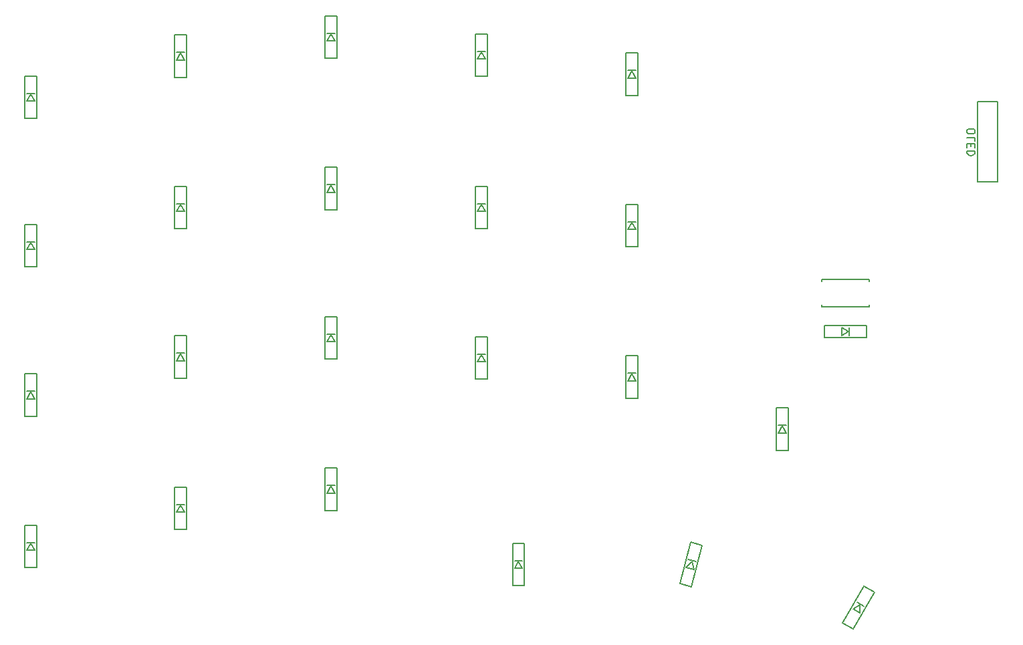
<source format=gbr>
%TF.GenerationSoftware,KiCad,Pcbnew,7.0.10*%
%TF.CreationDate,2024-09-26T01:26:01+09:00*%
%TF.ProjectId,keyboard_denchi_left,6b657962-6f61-4726-945f-64656e636869,rev?*%
%TF.SameCoordinates,Original*%
%TF.FileFunction,Legend,Bot*%
%TF.FilePolarity,Positive*%
%FSLAX46Y46*%
G04 Gerber Fmt 4.6, Leading zero omitted, Abs format (unit mm)*
G04 Created by KiCad (PCBNEW 7.0.10) date 2024-09-26 01:26:01*
%MOMM*%
%LPD*%
G01*
G04 APERTURE LIST*
G04 Aperture macros list*
%AMHorizOval*
0 Thick line with rounded ends*
0 $1 width*
0 $2 $3 position (X,Y) of the first rounded end (center of the circle)*
0 $4 $5 position (X,Y) of the second rounded end (center of the circle)*
0 Add line between two ends*
20,1,$1,$2,$3,$4,$5,0*
0 Add two circle primitives to create the rounded ends*
1,1,$1,$2,$3*
1,1,$1,$4,$5*%
%AMRotRect*
0 Rectangle, with rotation*
0 The origin of the aperture is its center*
0 $1 length*
0 $2 width*
0 $3 Rotation angle, in degrees counterclockwise*
0 Add horizontal line*
21,1,$1,$2,0,0,$3*%
G04 Aperture macros list end*
%ADD10C,0.150000*%
%ADD11R,1.397000X1.397000*%
%ADD12R,0.950000X1.300000*%
%ADD13C,1.397000*%
%ADD14C,1.700000*%
%ADD15C,3.400000*%
%ADD16O,1.600000X1.200000*%
%ADD17HorizOval,1.200000X0.173205X-0.100000X-0.173205X0.100000X0*%
%ADD18C,1.524000*%
%ADD19RotRect,1.397000X1.397000X255.000000*%
%ADD20RotRect,1.300000X0.950000X255.000000*%
%ADD21RotRect,1.397000X1.397000X240.000000*%
%ADD22RotRect,1.300000X0.950000X240.000000*%
%ADD23C,1.500000*%
%ADD24O,2.500000X1.700000*%
%ADD25R,1.300000X0.950000*%
%ADD26HorizOval,1.200000X0.193185X-0.051764X-0.193185X0.051764X0*%
%ADD27C,2.000000*%
G04 APERTURE END LIST*
D10*
X195601819Y-69872031D02*
X195601819Y-70062507D01*
X195601819Y-70062507D02*
X195649438Y-70157745D01*
X195649438Y-70157745D02*
X195744676Y-70252983D01*
X195744676Y-70252983D02*
X195935152Y-70300602D01*
X195935152Y-70300602D02*
X196268485Y-70300602D01*
X196268485Y-70300602D02*
X196458961Y-70252983D01*
X196458961Y-70252983D02*
X196554200Y-70157745D01*
X196554200Y-70157745D02*
X196601819Y-70062507D01*
X196601819Y-70062507D02*
X196601819Y-69872031D01*
X196601819Y-69872031D02*
X196554200Y-69776793D01*
X196554200Y-69776793D02*
X196458961Y-69681555D01*
X196458961Y-69681555D02*
X196268485Y-69633936D01*
X196268485Y-69633936D02*
X195935152Y-69633936D01*
X195935152Y-69633936D02*
X195744676Y-69681555D01*
X195744676Y-69681555D02*
X195649438Y-69776793D01*
X195649438Y-69776793D02*
X195601819Y-69872031D01*
X196601819Y-71205364D02*
X196601819Y-70729174D01*
X196601819Y-70729174D02*
X195601819Y-70729174D01*
X196078009Y-71538698D02*
X196078009Y-71872031D01*
X196601819Y-72014888D02*
X196601819Y-71538698D01*
X196601819Y-71538698D02*
X195601819Y-71538698D01*
X195601819Y-71538698D02*
X195601819Y-72014888D01*
X196601819Y-72443460D02*
X195601819Y-72443460D01*
X195601819Y-72443460D02*
X195601819Y-72681555D01*
X195601819Y-72681555D02*
X195649438Y-72824412D01*
X195649438Y-72824412D02*
X195744676Y-72919650D01*
X195744676Y-72919650D02*
X195839914Y-72967269D01*
X195839914Y-72967269D02*
X196030390Y-73014888D01*
X196030390Y-73014888D02*
X196173247Y-73014888D01*
X196173247Y-73014888D02*
X196363723Y-72967269D01*
X196363723Y-72967269D02*
X196458961Y-72919650D01*
X196458961Y-72919650D02*
X196554200Y-72824412D01*
X196554200Y-72824412D02*
X196601819Y-72681555D01*
X196601819Y-72681555D02*
X196601819Y-72443460D01*
%TO.C,D2*%
X96762000Y-57745000D02*
X95262000Y-57745000D01*
X95262000Y-57745000D02*
X95262000Y-63145000D01*
X96512000Y-59945000D02*
X95512000Y-59945000D01*
X96012000Y-60045000D02*
X96512000Y-60945000D01*
X96512000Y-60945000D02*
X95512000Y-60945000D01*
X95512000Y-60945000D02*
X96012000Y-60045000D01*
X96762000Y-63145000D02*
X96762000Y-57745000D01*
X95262000Y-63145000D02*
X96762000Y-63145000D01*
%TO.C,D20*%
X139561000Y-122134000D02*
X138061000Y-122134000D01*
X138061000Y-122134000D02*
X138061000Y-127534000D01*
X139311000Y-124334000D02*
X138311000Y-124334000D01*
X138811000Y-124434000D02*
X139311000Y-125334000D01*
X139311000Y-125334000D02*
X138311000Y-125334000D01*
X138311000Y-125334000D02*
X138811000Y-124434000D01*
X139561000Y-127534000D02*
X139561000Y-122134000D01*
X138061000Y-127534000D02*
X139561000Y-127534000D01*
%TO.C,D13*%
X115812000Y-93432000D02*
X114312000Y-93432000D01*
X114312000Y-93432000D02*
X114312000Y-98832000D01*
X115562000Y-95632000D02*
X114562000Y-95632000D01*
X115062000Y-95732000D02*
X115562000Y-96632000D01*
X115562000Y-96632000D02*
X114562000Y-96632000D01*
X114562000Y-96632000D02*
X115062000Y-95732000D01*
X115812000Y-98832000D02*
X115812000Y-93432000D01*
X114312000Y-98832000D02*
X115812000Y-98832000D01*
%TO.C,D9*%
X134862000Y-76922000D02*
X133362000Y-76922000D01*
X133362000Y-76922000D02*
X133362000Y-82322000D01*
X134612000Y-79122000D02*
X133612000Y-79122000D01*
X134112000Y-79222000D02*
X134612000Y-80122000D01*
X134612000Y-80122000D02*
X133612000Y-80122000D01*
X133612000Y-80122000D02*
X134112000Y-79222000D01*
X134862000Y-82322000D02*
X134862000Y-76922000D01*
X133362000Y-82322000D02*
X134862000Y-82322000D01*
%TO.C,D10*%
X153912000Y-79208000D02*
X152412000Y-79208000D01*
X152412000Y-79208000D02*
X152412000Y-84608000D01*
X153662000Y-81408000D02*
X152662000Y-81408000D01*
X153162000Y-81508000D02*
X153662000Y-82408000D01*
X153662000Y-82408000D02*
X152662000Y-82408000D01*
X152662000Y-82408000D02*
X153162000Y-81508000D01*
X153912000Y-84608000D02*
X153912000Y-79208000D01*
X152412000Y-84608000D02*
X153912000Y-84608000D01*
%TO.C,D11*%
X77812000Y-100671000D02*
X76312000Y-100671000D01*
X76312000Y-100671000D02*
X76312000Y-106071000D01*
X77562000Y-102871000D02*
X76562000Y-102871000D01*
X77062000Y-102971000D02*
X77562000Y-103871000D01*
X77562000Y-103871000D02*
X76562000Y-103871000D01*
X76562000Y-103871000D02*
X77062000Y-102971000D01*
X77812000Y-106071000D02*
X77812000Y-100671000D01*
X76312000Y-106071000D02*
X77812000Y-106071000D01*
%TO.C,D16*%
X172962000Y-104989000D02*
X171462000Y-104989000D01*
X171462000Y-104989000D02*
X171462000Y-110389000D01*
X172712000Y-107189000D02*
X171712000Y-107189000D01*
X172212000Y-107289000D02*
X172712000Y-108189000D01*
X172712000Y-108189000D02*
X171712000Y-108189000D01*
X171712000Y-108189000D02*
X172212000Y-107289000D01*
X172962000Y-110389000D02*
X172962000Y-104989000D01*
X171462000Y-110389000D02*
X172962000Y-110389000D01*
%TO.C,D15*%
X153912000Y-98385000D02*
X152412000Y-98385000D01*
X152412000Y-98385000D02*
X152412000Y-103785000D01*
X153662000Y-100585000D02*
X152662000Y-100585000D01*
X153162000Y-100685000D02*
X153662000Y-101585000D01*
X153662000Y-101585000D02*
X152662000Y-101585000D01*
X152662000Y-101585000D02*
X153162000Y-100685000D01*
X153912000Y-103785000D02*
X153912000Y-98385000D01*
X152412000Y-103785000D02*
X153912000Y-103785000D01*
%TO.C,D1*%
X77812000Y-62952000D02*
X76312000Y-62952000D01*
X76312000Y-62952000D02*
X76312000Y-68352000D01*
X77562000Y-65152000D02*
X76562000Y-65152000D01*
X77062000Y-65252000D02*
X77562000Y-66152000D01*
X77562000Y-66152000D02*
X76562000Y-66152000D01*
X76562000Y-66152000D02*
X77062000Y-65252000D01*
X77812000Y-68352000D02*
X77812000Y-62952000D01*
X76312000Y-68352000D02*
X77812000Y-68352000D01*
%TO.C,D7*%
X96762000Y-76922000D02*
X95262000Y-76922000D01*
X95262000Y-76922000D02*
X95262000Y-82322000D01*
X96512000Y-79122000D02*
X95512000Y-79122000D01*
X96012000Y-79222000D02*
X96512000Y-80122000D01*
X96512000Y-80122000D02*
X95512000Y-80122000D01*
X95512000Y-80122000D02*
X96012000Y-79222000D01*
X96762000Y-82322000D02*
X96762000Y-76922000D01*
X95262000Y-82322000D02*
X96762000Y-82322000D01*
%TO.C,D3*%
X115812000Y-55332000D02*
X114312000Y-55332000D01*
X114312000Y-55332000D02*
X114312000Y-60732000D01*
X115562000Y-57532000D02*
X114562000Y-57532000D01*
X115062000Y-57632000D02*
X115562000Y-58532000D01*
X115562000Y-58532000D02*
X114562000Y-58532000D01*
X114562000Y-58532000D02*
X115062000Y-57632000D01*
X115812000Y-60732000D02*
X115812000Y-55332000D01*
X114312000Y-60732000D02*
X115812000Y-60732000D01*
%TO.C,D21*%
X162078256Y-122420115D02*
X160629367Y-122031886D01*
X160629367Y-122031886D02*
X159231744Y-127247885D01*
X161267372Y-124480447D02*
X160301447Y-124221628D01*
X160758528Y-124447630D02*
X161008553Y-125446372D01*
X161008553Y-125446372D02*
X160042628Y-125187553D01*
X160042628Y-125187553D02*
X160758528Y-124447630D01*
X160680633Y-127636114D02*
X162078256Y-122420115D01*
X159231744Y-127247885D02*
X160680633Y-127636114D01*
%TO.C,D14*%
X134862000Y-95972000D02*
X133362000Y-95972000D01*
X133362000Y-95972000D02*
X133362000Y-101372000D01*
X134612000Y-98172000D02*
X133612000Y-98172000D01*
X134112000Y-98272000D02*
X134612000Y-99172000D01*
X134612000Y-99172000D02*
X133612000Y-99172000D01*
X133612000Y-99172000D02*
X134112000Y-98272000D01*
X134862000Y-101372000D02*
X134862000Y-95972000D01*
X133362000Y-101372000D02*
X134862000Y-101372000D01*
%TO.C,D18*%
X96762000Y-115022000D02*
X95262000Y-115022000D01*
X95262000Y-115022000D02*
X95262000Y-120422000D01*
X96512000Y-117222000D02*
X95512000Y-117222000D01*
X96012000Y-117322000D02*
X96512000Y-118222000D01*
X96512000Y-118222000D02*
X95512000Y-118222000D01*
X95512000Y-118222000D02*
X96012000Y-117322000D01*
X96762000Y-120422000D02*
X96762000Y-115022000D01*
X95262000Y-120422000D02*
X96762000Y-120422000D01*
%TO.C,D17*%
X77812000Y-119848000D02*
X76312000Y-119848000D01*
X76312000Y-119848000D02*
X76312000Y-125248000D01*
X77562000Y-122048000D02*
X76562000Y-122048000D01*
X77062000Y-122148000D02*
X77562000Y-123048000D01*
X77562000Y-123048000D02*
X76562000Y-123048000D01*
X76562000Y-123048000D02*
X77062000Y-122148000D01*
X77812000Y-125248000D02*
X77812000Y-119848000D01*
X76312000Y-125248000D02*
X77812000Y-125248000D01*
%TO.C,D19*%
X115812000Y-112609000D02*
X114312000Y-112609000D01*
X114312000Y-112609000D02*
X114312000Y-118009000D01*
X115562000Y-114809000D02*
X114562000Y-114809000D01*
X115062000Y-114909000D02*
X115562000Y-115809000D01*
X115562000Y-115809000D02*
X114562000Y-115809000D01*
X114562000Y-115809000D02*
X115062000Y-114909000D01*
X115812000Y-118009000D02*
X115812000Y-112609000D01*
X114312000Y-118009000D02*
X115812000Y-118009000D01*
%TO.C,D22*%
X183862685Y-128332566D02*
X182563647Y-127582566D01*
X182563647Y-127582566D02*
X179863647Y-132259104D01*
X182546179Y-130112822D02*
X181680153Y-129612822D01*
X182063166Y-129949425D02*
X182046179Y-130978848D01*
X182046179Y-130978848D02*
X181180153Y-130478848D01*
X181180153Y-130478848D02*
X182063166Y-129949425D01*
X181162685Y-133009104D02*
X183862685Y-128332566D01*
X179863647Y-132259104D02*
X181162685Y-133009104D01*
%TO.C,D8*%
X115812000Y-74509000D02*
X114312000Y-74509000D01*
X114312000Y-74509000D02*
X114312000Y-79909000D01*
X115562000Y-76709000D02*
X114562000Y-76709000D01*
X115062000Y-76809000D02*
X115562000Y-77709000D01*
X115562000Y-77709000D02*
X114562000Y-77709000D01*
X114562000Y-77709000D02*
X115062000Y-76809000D01*
X115812000Y-79909000D02*
X115812000Y-74509000D01*
X114312000Y-79909000D02*
X115812000Y-79909000D01*
%TO.C,OL1*%
X196977000Y-76344412D02*
X196977000Y-66184412D01*
X199517000Y-76344412D02*
X196977000Y-76344412D01*
X196977000Y-66184412D02*
X199517000Y-66184412D01*
X199517000Y-66184412D02*
X199517000Y-76344412D01*
%TO.C,D12*%
X96762000Y-95845000D02*
X95262000Y-95845000D01*
X95262000Y-95845000D02*
X95262000Y-101245000D01*
X96512000Y-98045000D02*
X95512000Y-98045000D01*
X96012000Y-98145000D02*
X96512000Y-99045000D01*
X96512000Y-99045000D02*
X95512000Y-99045000D01*
X95512000Y-99045000D02*
X96012000Y-98145000D01*
X96762000Y-101245000D02*
X96762000Y-95845000D01*
X95262000Y-101245000D02*
X96762000Y-101245000D01*
%TO.C,D4*%
X134862000Y-57618000D02*
X133362000Y-57618000D01*
X133362000Y-57618000D02*
X133362000Y-63018000D01*
X134612000Y-59818000D02*
X133612000Y-59818000D01*
X134112000Y-59918000D02*
X134612000Y-60818000D01*
X134612000Y-60818000D02*
X133612000Y-60818000D01*
X133612000Y-60818000D02*
X134112000Y-59918000D01*
X134862000Y-63018000D02*
X134862000Y-57618000D01*
X133362000Y-63018000D02*
X134862000Y-63018000D01*
%TO.C,D23*%
X182916000Y-96050412D02*
X182916000Y-94550412D01*
X182916000Y-94550412D02*
X177516000Y-94550412D01*
X180716000Y-95800412D02*
X180716000Y-94800412D01*
X180616000Y-95300412D02*
X179716000Y-95800412D01*
X179716000Y-95800412D02*
X179716000Y-94800412D01*
X179716000Y-94800412D02*
X180616000Y-95300412D01*
X177516000Y-96050412D02*
X182916000Y-96050412D01*
X177516000Y-94550412D02*
X177516000Y-96050412D01*
%TO.C,D6*%
X77812000Y-81748000D02*
X76312000Y-81748000D01*
X76312000Y-81748000D02*
X76312000Y-87148000D01*
X77562000Y-83948000D02*
X76562000Y-83948000D01*
X77062000Y-84048000D02*
X77562000Y-84948000D01*
X77562000Y-84948000D02*
X76562000Y-84948000D01*
X76562000Y-84948000D02*
X77062000Y-84048000D01*
X77812000Y-87148000D02*
X77812000Y-81748000D01*
X76312000Y-87148000D02*
X77812000Y-87148000D01*
%TO.C,SW23*%
X183213000Y-92224412D02*
X177213000Y-92224412D01*
X183213000Y-91974412D02*
X183213000Y-92224412D01*
X183213000Y-88724412D02*
X183213000Y-88974412D01*
X177213000Y-92224412D02*
X177213000Y-91974412D01*
X177213000Y-88974412D02*
X177213000Y-88724412D01*
X177213000Y-88724412D02*
X183213000Y-88724412D01*
%TO.C,D5*%
X153912000Y-60031000D02*
X152412000Y-60031000D01*
X152412000Y-60031000D02*
X152412000Y-65431000D01*
X153662000Y-62231000D02*
X152662000Y-62231000D01*
X153162000Y-62331000D02*
X153662000Y-63231000D01*
X153662000Y-63231000D02*
X152662000Y-63231000D01*
X152662000Y-63231000D02*
X153162000Y-62331000D01*
X153912000Y-65431000D02*
X153912000Y-60031000D01*
X152412000Y-65431000D02*
X153912000Y-65431000D01*
%TD*%
%LPC*%
D11*
%TO.C,D2*%
X96012000Y-56635000D03*
D12*
X96012000Y-58670000D03*
X96012000Y-62220000D03*
D13*
X96012000Y-64255000D03*
%TD*%
D14*
%TO.C,SW16*%
X175094000Y-107746412D03*
D15*
X180594000Y-107746412D03*
D14*
X186094000Y-107746412D03*
D16*
X175594000Y-111446412D03*
X180594000Y-113646412D03*
%TD*%
D11*
%TO.C,D20*%
X138811000Y-121024000D03*
D12*
X138811000Y-123059000D03*
X138811000Y-126609000D03*
D13*
X138811000Y-128644000D03*
%TD*%
D11*
%TO.C,D13*%
X115062000Y-92322000D03*
D12*
X115062000Y-94357000D03*
X115062000Y-97907000D03*
D13*
X115062000Y-99942000D03*
%TD*%
D14*
%TO.C,SW19*%
X117944000Y-115209412D03*
D15*
X123444000Y-115209412D03*
D14*
X128944000Y-115209412D03*
D16*
X118444000Y-118909412D03*
X123444000Y-121109412D03*
%TD*%
D11*
%TO.C,D9*%
X134112000Y-75812000D03*
D12*
X134112000Y-77847000D03*
X134112000Y-81397000D03*
D13*
X134112000Y-83432000D03*
%TD*%
D14*
%TO.C,SW10*%
X156044000Y-81870412D03*
D15*
X161544000Y-81870412D03*
D14*
X167044000Y-81870412D03*
D16*
X156544000Y-85570412D03*
X161544000Y-87770412D03*
%TD*%
D11*
%TO.C,D10*%
X153162000Y-78098000D03*
D12*
X153162000Y-80133000D03*
X153162000Y-83683000D03*
D13*
X153162000Y-85718000D03*
%TD*%
D11*
%TO.C,D11*%
X77062000Y-99561000D03*
D12*
X77062000Y-101596000D03*
X77062000Y-105146000D03*
D13*
X77062000Y-107181000D03*
%TD*%
D11*
%TO.C,D16*%
X172212000Y-103879000D03*
D12*
X172212000Y-105914000D03*
X172212000Y-109464000D03*
D13*
X172212000Y-111499000D03*
%TD*%
D11*
%TO.C,D15*%
X153162000Y-97275000D03*
D12*
X153162000Y-99310000D03*
X153162000Y-102860000D03*
D13*
X153162000Y-104895000D03*
%TD*%
D14*
%TO.C,SW12*%
X98894000Y-98538412D03*
D15*
X104394000Y-98538412D03*
D14*
X109894000Y-98538412D03*
D16*
X99394000Y-102238412D03*
X104394000Y-104438412D03*
%TD*%
D11*
%TO.C,D1*%
X77062000Y-61842000D03*
D12*
X77062000Y-63877000D03*
X77062000Y-67427000D03*
D13*
X77062000Y-69462000D03*
%TD*%
D14*
%TO.C,SW4*%
X136994000Y-60438412D03*
D15*
X142494000Y-60438412D03*
D14*
X147994000Y-60438412D03*
D16*
X137494000Y-64138412D03*
X142494000Y-66338412D03*
%TD*%
D14*
%TO.C,SW17*%
X79844000Y-122351412D03*
D15*
X85344000Y-122351412D03*
D14*
X90844000Y-122351412D03*
D16*
X80344000Y-126051412D03*
X85344000Y-128251412D03*
%TD*%
D14*
%TO.C,SW22*%
X184282468Y-131990020D03*
D15*
X189045608Y-134740020D03*
D14*
X193808748Y-137490020D03*
D17*
X182865481Y-135444314D03*
X186095608Y-139849570D03*
%TD*%
D11*
%TO.C,D7*%
X96012000Y-75812000D03*
D12*
X96012000Y-77847000D03*
X96012000Y-81397000D03*
D13*
X96012000Y-83432000D03*
%TD*%
D14*
%TO.C,SW5*%
X156044000Y-62820412D03*
D15*
X161544000Y-62820412D03*
D14*
X167044000Y-62820412D03*
D16*
X156544000Y-66520412D03*
X161544000Y-68720412D03*
%TD*%
D14*
%TO.C,SW7*%
X98894000Y-79488412D03*
D15*
X104394000Y-79488412D03*
D14*
X109894000Y-79488412D03*
D16*
X99394000Y-83188412D03*
X104394000Y-85388412D03*
%TD*%
D11*
%TO.C,D3*%
X115062000Y-54222000D03*
D12*
X115062000Y-56257000D03*
X115062000Y-59807000D03*
D13*
X115062000Y-61842000D03*
%TD*%
D18*
%TO.C,U1*%
X193675000Y-57073412D03*
X193675000Y-59613412D03*
X193675000Y-62153412D03*
X193675000Y-64693412D03*
X193675000Y-67233412D03*
X193675000Y-69773412D03*
X193675000Y-72313412D03*
X193675000Y-74853412D03*
X193675000Y-77393412D03*
X193675000Y-79933412D03*
X193675000Y-82473412D03*
X193675000Y-85013412D03*
X178435000Y-85013412D03*
X178435000Y-82473412D03*
X178435000Y-79933412D03*
X178435000Y-77393412D03*
X178435000Y-74853412D03*
X178435000Y-72313412D03*
X178435000Y-69773412D03*
X178435000Y-67233412D03*
X178435000Y-64693412D03*
X178435000Y-62153412D03*
X178435000Y-59613412D03*
X178435000Y-57073412D03*
%TD*%
D19*
%TO.C,D21*%
X161641101Y-121153823D03*
D20*
X161114404Y-123119482D03*
X160195596Y-126548518D03*
D13*
X159668899Y-128514177D03*
%TD*%
D11*
%TO.C,D14*%
X134112000Y-94862000D03*
D12*
X134112000Y-96897000D03*
X134112000Y-100447000D03*
D13*
X134112000Y-102482000D03*
%TD*%
D14*
%TO.C,SW2*%
X98894000Y-60438412D03*
D15*
X104394000Y-60438412D03*
D14*
X109894000Y-60438412D03*
D16*
X99394000Y-64138412D03*
X104394000Y-66338412D03*
%TD*%
D14*
%TO.C,SW18*%
X98894000Y-117588412D03*
D15*
X104394000Y-117588412D03*
D14*
X109894000Y-117588412D03*
D16*
X99394000Y-121288412D03*
X104394000Y-123488412D03*
%TD*%
D14*
%TO.C,SW9*%
X136994000Y-79488412D03*
D15*
X142494000Y-79488412D03*
D14*
X147994000Y-79488412D03*
D16*
X137494000Y-83188412D03*
X142494000Y-85388412D03*
%TD*%
D14*
%TO.C,SW13*%
X117944000Y-96159412D03*
D15*
X123444000Y-96159412D03*
D14*
X128944000Y-96159412D03*
D16*
X118444000Y-99859412D03*
X123444000Y-102059412D03*
%TD*%
D11*
%TO.C,D18*%
X96012000Y-113912000D03*
D12*
X96012000Y-115947000D03*
X96012000Y-119497000D03*
D13*
X96012000Y-121532000D03*
%TD*%
D11*
%TO.C,D17*%
X77062000Y-118738000D03*
D12*
X77062000Y-120773000D03*
X77062000Y-124323000D03*
D13*
X77062000Y-126358000D03*
%TD*%
D14*
%TO.C,SW1*%
X79844000Y-65201412D03*
D15*
X85344000Y-65201412D03*
D14*
X90844000Y-65201412D03*
D16*
X80344000Y-68901412D03*
X85344000Y-71101412D03*
%TD*%
D11*
%TO.C,D19*%
X115062000Y-111499000D03*
D12*
X115062000Y-113534000D03*
X115062000Y-117084000D03*
D13*
X115062000Y-119119000D03*
%TD*%
D21*
%TO.C,D22*%
X183768166Y-126996278D03*
D22*
X182750666Y-128758640D03*
X180975666Y-131833030D03*
D13*
X179958166Y-133595392D03*
%TD*%
D14*
%TO.C,SW15*%
X156044000Y-100920412D03*
D15*
X161544000Y-100920412D03*
D14*
X167044000Y-100920412D03*
D16*
X156544000Y-104620412D03*
X161544000Y-106820412D03*
%TD*%
D11*
%TO.C,D8*%
X115062000Y-73399000D03*
D12*
X115062000Y-75434000D03*
X115062000Y-78984000D03*
D13*
X115062000Y-81019000D03*
%TD*%
%TO.C,OL1*%
X198247000Y-75074412D03*
X198247000Y-72534412D03*
X198247000Y-69994412D03*
X198247000Y-67454412D03*
%TD*%
D23*
%TO.C,J1*%
X200457000Y-91744412D03*
X193457000Y-91744412D03*
D24*
X190657000Y-89344412D03*
X198857000Y-94144412D03*
X195857000Y-94144412D03*
X191857000Y-94144412D03*
%TD*%
D11*
%TO.C,D12*%
X96012000Y-94735000D03*
D12*
X96012000Y-96770000D03*
X96012000Y-100320000D03*
D13*
X96012000Y-102355000D03*
%TD*%
D11*
%TO.C,D4*%
X134112000Y-56508000D03*
D12*
X134112000Y-58543000D03*
X134112000Y-62093000D03*
D13*
X134112000Y-64128000D03*
%TD*%
D11*
%TO.C,D23*%
X184026000Y-95300412D03*
D25*
X181991000Y-95300412D03*
X178441000Y-95300412D03*
D13*
X176406000Y-95300412D03*
%TD*%
D14*
%TO.C,SW8*%
X117944000Y-77109412D03*
D15*
X123444000Y-77109412D03*
D14*
X128944000Y-77109412D03*
D16*
X118444000Y-80809412D03*
X123444000Y-83009412D03*
%TD*%
D14*
%TO.C,SW3*%
X117944000Y-58059412D03*
D15*
X123444000Y-58059412D03*
D14*
X128944000Y-58059412D03*
D16*
X118444000Y-61759412D03*
X123444000Y-63959412D03*
%TD*%
D14*
%TO.C,SW6*%
X79844000Y-84251412D03*
D15*
X85344000Y-84251412D03*
D14*
X90844000Y-84251412D03*
D16*
X80344000Y-87951412D03*
X85344000Y-90151412D03*
%TD*%
D14*
%TO.C,SW21*%
X163466216Y-125645212D03*
D15*
X168778808Y-127068717D03*
D14*
X174091400Y-128492222D03*
D26*
X162991548Y-129348547D03*
X167251776Y-132767679D03*
%TD*%
D14*
%TO.C,SW14*%
X136994000Y-98538412D03*
D15*
X142494000Y-98538412D03*
D14*
X147994000Y-98538412D03*
D16*
X137494000Y-102238412D03*
X142494000Y-104438412D03*
%TD*%
D14*
%TO.C,SW20*%
X141678000Y-124749412D03*
D15*
X147178000Y-124749412D03*
D14*
X152678000Y-124749412D03*
D16*
X142178000Y-128449412D03*
X147178000Y-130649412D03*
%TD*%
D11*
%TO.C,D6*%
X77062000Y-80638000D03*
D12*
X77062000Y-82673000D03*
X77062000Y-86223000D03*
D13*
X77062000Y-88258000D03*
%TD*%
D27*
%TO.C,SW23*%
X176963000Y-90474412D03*
X183463000Y-90474412D03*
%TD*%
D11*
%TO.C,D5*%
X153162000Y-58921000D03*
D12*
X153162000Y-60956000D03*
X153162000Y-64506000D03*
D13*
X153162000Y-66541000D03*
%TD*%
D14*
%TO.C,SW11*%
X79844000Y-103301412D03*
D15*
X85344000Y-103301412D03*
D14*
X90844000Y-103301412D03*
D16*
X80344000Y-107001412D03*
X85344000Y-109201412D03*
%TD*%
%LPD*%
M02*

</source>
